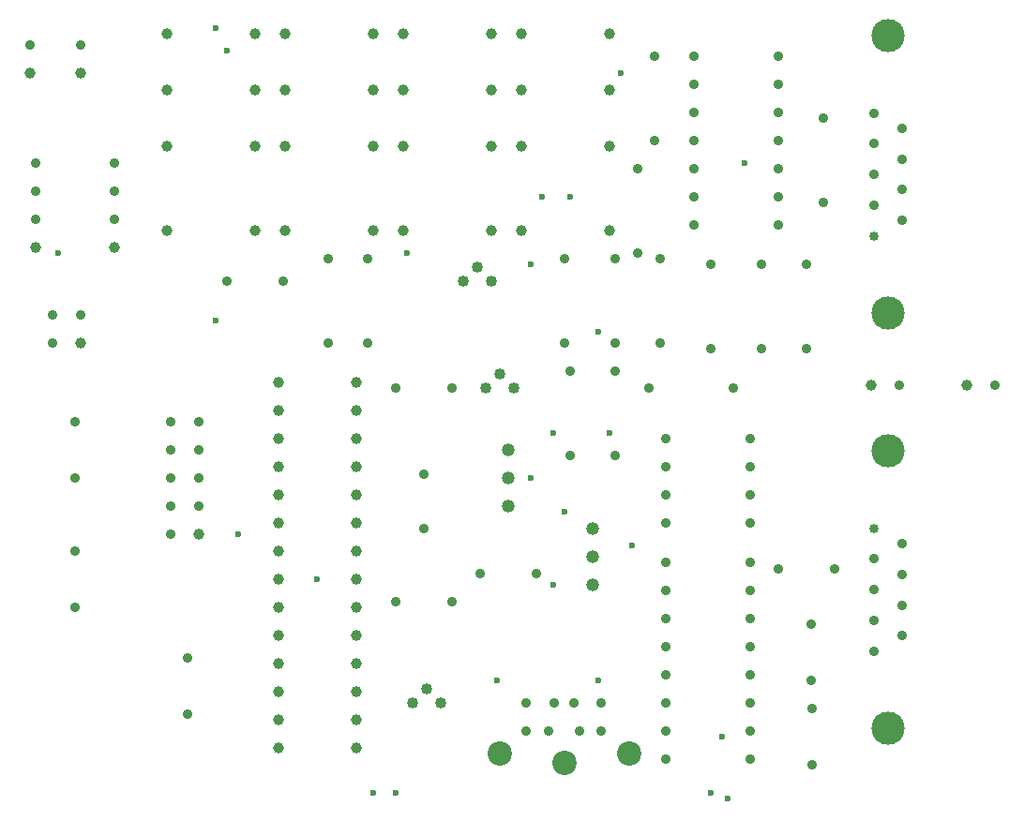
<source format=gbr>
G04 Generated by Ultiboard *
%FSLAX25Y25*%
%MOIN*%

%ADD29C,0.02362*%
%ADD30C,0.03500*%
%ADD15C,0.03937*%
%ADD31C,0.04667*%
%ADD32C,0.03543*%
%ADD33C,0.08661*%
%ADD25C,0.03917*%
%ADD34C,0.04000*%
%ADD35C,0.11833*%
%ADD22C,0.03333*%


%LNDrill-Copper Top-Copper Bottom*%
%LPD*%
%FSLAX25Y25*%
%MOIN*%
G54D29*
X178000Y118000D03*
X186000Y118000D03*
X158000Y194000D03*
X130000Y210000D03*
X222000Y158000D03*
X246000Y218000D03*
X242000Y192000D03*
X234000Y230000D03*
X242000Y246000D03*
X126000Y382000D03*
X66000Y310000D03*
X122000Y286000D03*
X122000Y390000D03*
X190000Y310000D03*
X234000Y306000D03*
X238000Y330000D03*
X248000Y330000D03*
X298000Y118000D03*
X304000Y116000D03*
X258000Y158000D03*
X302000Y138000D03*
X270000Y206000D03*
X262000Y246000D03*
X258000Y282000D03*
X266000Y374000D03*
X310000Y342000D03*
G54D30*
X246000Y278000D03*
X246000Y308000D03*
X72000Y250000D03*
X72000Y230000D03*
X106000Y250000D03*
X116000Y250000D03*
X116000Y220000D03*
X106000Y220000D03*
X106000Y210000D03*
X106000Y230000D03*
X106000Y240000D03*
X116000Y230000D03*
X116000Y240000D03*
X248000Y238000D03*
X248000Y268000D03*
X112000Y146000D03*
X112000Y166000D03*
X72000Y184000D03*
X72000Y204000D03*
X196000Y212000D03*
X196000Y231167D03*
X186000Y186000D03*
X206000Y186000D03*
X216000Y196000D03*
X236000Y196000D03*
X126000Y300000D03*
X146000Y300000D03*
X56000Y384000D03*
X74000Y384000D03*
X64000Y288000D03*
X64000Y278000D03*
X74000Y288000D03*
X58000Y332000D03*
X58000Y322000D03*
X58000Y342000D03*
X86000Y332000D03*
X86000Y322000D03*
X86000Y342000D03*
X186004Y261953D03*
X206004Y261953D03*
X162000Y278000D03*
X162000Y308000D03*
X176000Y278000D03*
X176000Y308000D03*
X264000Y238000D03*
X264000Y268000D03*
X366000Y173750D03*
X366000Y184667D03*
X366000Y206500D03*
X366000Y195583D03*
X356000Y190167D03*
X356000Y168333D03*
X356000Y179250D03*
X356000Y201083D03*
X334000Y128000D03*
X334000Y148000D03*
X312000Y190000D03*
X312000Y160000D03*
X312000Y140000D03*
X312000Y130000D03*
X312000Y150000D03*
X312000Y170000D03*
X312000Y180000D03*
X312000Y200000D03*
X282000Y190000D03*
X282000Y160000D03*
X282000Y140000D03*
X282000Y130000D03*
X282000Y150000D03*
X282000Y170000D03*
X282000Y180000D03*
X282000Y200000D03*
X312000Y214000D03*
X312000Y234000D03*
X312000Y224000D03*
X312000Y244000D03*
X282000Y214000D03*
X282000Y234000D03*
X282000Y224000D03*
X282000Y244000D03*
X322000Y197606D03*
X342000Y197606D03*
X333803Y157803D03*
X333803Y177803D03*
X366000Y343333D03*
X366000Y332417D03*
X366000Y321500D03*
X366000Y354250D03*
X356000Y348750D03*
X356000Y326917D03*
X356000Y337833D03*
X356000Y359667D03*
X292000Y380000D03*
X292000Y330000D03*
X292000Y320000D03*
X292000Y340000D03*
X292000Y360000D03*
X292000Y350000D03*
X292000Y370000D03*
X322000Y380000D03*
X322000Y330000D03*
X322000Y320000D03*
X322000Y340000D03*
X322000Y360000D03*
X322000Y350000D03*
X322000Y370000D03*
X278000Y380000D03*
X278000Y350000D03*
X316000Y276000D03*
X316000Y306000D03*
X272000Y310000D03*
X272000Y340000D03*
X276000Y262000D03*
X306000Y262000D03*
X280000Y278000D03*
X280000Y308000D03*
X264000Y278000D03*
X264000Y308000D03*
X298000Y276000D03*
X298000Y306000D03*
X365000Y263000D03*
X332000Y276000D03*
X332000Y306000D03*
X338000Y328000D03*
X338000Y358000D03*
X399000Y263000D03*
G54D15*
X230567Y318000D03*
X230567Y348000D03*
X230567Y368000D03*
X230567Y388000D03*
X262063Y318000D03*
X262063Y348000D03*
X262063Y368000D03*
X262063Y388000D03*
X144441Y254000D03*
X172000Y254000D03*
X144441Y144000D03*
X144441Y134000D03*
X144441Y154000D03*
X144441Y184000D03*
X144441Y174000D03*
X144441Y164000D03*
X172000Y154000D03*
X172000Y144000D03*
X172000Y134000D03*
X172000Y174000D03*
X172000Y164000D03*
X172000Y184000D03*
X144441Y224000D03*
X144441Y204000D03*
X144441Y214000D03*
X144441Y194000D03*
X144441Y234000D03*
X144441Y244000D03*
X172000Y224000D03*
X172000Y194000D03*
X172000Y214000D03*
X172000Y204000D03*
X172000Y234000D03*
X172000Y244000D03*
X144441Y264000D03*
X172000Y264000D03*
X104567Y318000D03*
X104567Y348000D03*
X104567Y368000D03*
X104567Y388000D03*
X136063Y318000D03*
X136063Y348000D03*
X136063Y368000D03*
X136063Y388000D03*
X146567Y318000D03*
X178063Y318000D03*
X146567Y348000D03*
X146567Y368000D03*
X178063Y348000D03*
X178063Y368000D03*
X146567Y388000D03*
X178063Y388000D03*
X188567Y318000D03*
X188567Y348000D03*
X188567Y368000D03*
X220063Y318000D03*
X220063Y348000D03*
X220063Y368000D03*
X188567Y388000D03*
X220063Y388000D03*
G54D31*
X256000Y192000D03*
X256000Y202000D03*
X256000Y212000D03*
X226000Y220000D03*
X226000Y240000D03*
X226000Y230000D03*
G54D32*
X251307Y139906D03*
X232409Y139906D03*
X232409Y149748D03*
X240323Y139906D03*
X249339Y149748D03*
X242252Y149748D03*
X259181Y139906D03*
X259181Y149748D03*
G54D33*
X246000Y128488D03*
X223000Y132000D03*
X269000Y132000D03*
G54D25*
X116000Y210000D03*
X56000Y374000D03*
X74000Y374000D03*
X74000Y278000D03*
X58000Y312000D03*
X86000Y312000D03*
X355000Y263000D03*
X389000Y263000D03*
G54D34*
X218000Y262000D03*
X223000Y267000D03*
X228000Y262000D03*
X192000Y150000D03*
X202000Y150000D03*
X197000Y155000D03*
X220000Y300000D03*
X210000Y300000D03*
X215000Y305000D03*
G54D35*
X361000Y141000D03*
X361000Y239417D03*
X361000Y387083D03*
X361000Y288667D03*
G54D22*
X356000Y212000D03*
X356000Y316000D03*

M00*

</source>
